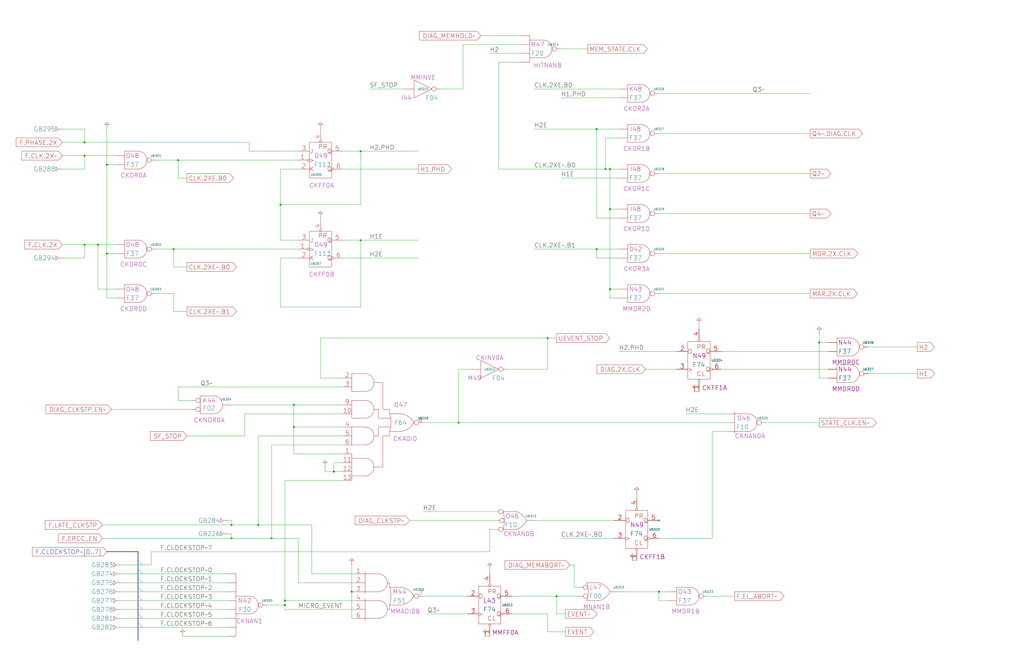
<source format=kicad_sch>
(kicad_sch (version 20250114) (generator "eeschema") (generator_version "9.0")
  (paper "User" 584.2 378.46)
  (title_block (title "CLOCK GENERATION") (date "20-MAR-90") (rev "1.0") (comment 1 "FIU") (comment 2 "232-003065") (comment 3 "S400") (comment 4 "RELEASED"))
  (lib_symbols
    (symbol "r1000:F00" (pin_numbers (hide yes)) (pin_names (hide yes))
      (property "Reference" "U" (at 15.24 0 0))
      (property "Value" "F00" (at 1.905 -5.08 0))
      (property "Location" "___" (at 1.905 0 0))
      (property "Name" "______" (at 2.54 -12.7 0))
      (symbol "F00_1_1"
        (pin input line (at -7.62 0 0) (length 5.08) (name "D0") (number "1"))
        (pin input line (at -7.62 -5.08 0) (length 5.08) (name "D1") (number "2"))
        (pin output line (at 15.24 -2.54 180) (length 2.54) (name "Q") (number "3"))
      )
      (symbol "F00_1_2"
        (pin input line (at -7.62 0 0) (length 2.54) (name "D0") (number "1"))
        (pin input line (at -7.62 -5.08 0) (length 2.54) (name "D1") (number "2"))
        (pin output line (at 15.24 -2.54 180) (length 5.08) (name "Q") (number "3"))
      )
    )
    (symbol "r1000:F02" (pin_numbers (hide yes)) (pin_names (hide yes))
      (property "Reference" "U" (at 12.16 0.635 0))
      (property "Value" "F02" (at -1.27 -4.445 0))
      (property "Location" "___" (at 2.54 0 0))
      (property "Name" "______" (at 2.54 -12.7 0))
      (symbol "F02_1_1"
        (pin input line (at -7.62 0 0) (length 2.54) (name "D0") (number "1"))
        (pin input line (at -7.62 -5.08 0) (length 2.54) (name "D1") (number "2"))
        (pin output line (at 15.24 -2.54 180) (length 1.27) (name "Q") (number "3"))
      )
      (symbol "F02_1_2"
        (pin input line (at -7.62 0 0) (length 2.54) (name "D0") (number "1"))
        (pin input line (at -7.62 -5.08 0) (length 2.54) (name "D1") (number "2"))
        (pin output line (at 15.24 -2.54 180) (length 2.54) (name "Q") (number "3"))
      )
    )
    (symbol "r1000:F04" (pin_numbers (hide yes)) (pin_names (hide yes))
      (property "Reference" "U" (at 0 0 0))
      (property "Value" "F04" (at 1.27 -5.08 0))
      (property "Location" "___" (at -12.7 -5.08 0))
      (property "Name" "______" (at 0 5.08 0))
      (symbol "F04_1_1"
        (pin input line (at -10.16 0 0) (length 2.54) (name "D0") (number "1"))
        (pin output line (at 10.16 0 180) (length 2.54) (name "Q") (number "2"))
      )
    )
    (symbol "r1000:F10" (pin_numbers (hide yes)) (pin_names (hide yes))
      (property "Reference" "U" (at 13.335 0 0))
      (property "Value" "F10" (at 5.715 -5.08 0))
      (property "Location" "___" (at -1.27 0 0))
      (property "Name" "______" (at -2.54 -10.16 0))
      (symbol "F10_1_1"
        (pin input line (at -5.08 2.54 0) (length 2.54) (name "D0") (number "1"))
        (pin input line (at -5.08 -2.54 0) (length 2.54) (name "D1") (number "2"))
        (pin input line (at -5.08 -7.62 0) (length 2.54) (name "D2") (number "3"))
        (pin output line (at 15.24 -2.54 180) (length 2.54) (name "Q") (number "4"))
      )
      (symbol "F10_1_2"
        (pin input line (at -5.08 2.54 0) (length 0) (name "D0") (number "1"))
        (pin input line (at -5.08 -2.54 0) (length 0) (name "D1") (number "2"))
        (pin input line (at -5.08 -7.62 0) (length 0) (name "D2") (number "3"))
        (pin output line (at 15.24 -2.54 180) (length 2.54) (name "Q") (number "4"))
      )
    )
    (symbol "r1000:F113" (pin_names (offset 1.016) (hide yes))
      (property "Reference" "U" (at 0 -10.795 0))
      (property "Value" "F113" (at -1.27 -5.08 0))
      (property "Location" "___" (at -1.27 0 0))
      (property "Name" "______" (at 3.175 -18.415 0))
      (symbol "F113_1_1"
        (text "J" (at -2.54 2.54 0) (effects (font (size 2.54 2.54))))
        (text ">" (at -2.54 -2.54 0) (effects (font (size 2.54 2.54))))
        (text "K" (at -2.54 -7.62 0) (effects (font (size 2.54 2.54))))
        (text "P" (at 2.54 5.08 0) (effects (font (size 2.54 2.54))))
        (text "R" (at 5.08 5.08 0) (effects (font (size 2.54 2.54))))
        (text "Q" (at 7.62 2.54 0) (effects (font (size 2.54 2.54))))
        (text "Q" (at 7.62 -7.62 0) (effects (font (size 2.54 2.54))))
        (pin input line (at -10.16 2.54 0) (length 6.35) (name "J") (number "3"))
        (pin input line (at -10.16 -2.54 0) (length 5.08) (name "CLK_") (number "1"))
        (pin input line (at -10.16 -7.62 0) (length 6.35) (name "K") (number "2"))
        (pin input line (at 2.54 12.7 270) (length 3.81) (name "PR_") (number "4"))
        (pin output line (at 15.24 2.54 180) (length 6.35) (name "Q") (number "5"))
        (pin output line (at 15.24 -7.62 180) (length 5.08) (name "Q_") (number "6"))
      )
    )
    (symbol "r1000:F20" (pin_numbers (hide yes)) (pin_names (hide yes))
      (property "Reference" "U" (at 8.255 2.54 0))
      (property "Value" "F20" (at -0.635 -2.54 0))
      (property "Location" "___" (at -0.635 2.54 0))
      (property "Name" "______" (at 5.08 -10.795 0))
      (symbol "F20_1_1"
        (pin input line (at -10.16 7.62 0) (length 5.08) (name "D0") (number "1"))
        (pin input line (at -10.16 2.54 0) (length 5.08) (name "D1") (number "2"))
        (pin input line (at -10.16 -2.54 0) (length 5.08) (name "D2") (number "4"))
        (pin input line (at -10.16 -7.62 0) (length 5.08) (name "D3") (number "5"))
        (pin output line (at 12.7 0 180) (length 2.54) (name "Q") (number "6"))
      )
      (symbol "F20_1_2"
        (pin input line (at -10.16 7.62 0) (length 1.27) (name "D0") (number "1"))
        (pin input line (at -10.16 2.54 0) (length 1.905) (name "D1") (number "2"))
        (pin input line (at -10.16 -2.54 0) (length 1.905) (name "D2") (number "4"))
        (pin input line (at -10.16 -7.62 0) (length 1.27) (name "D3") (number "5"))
        (pin output line (at 12.7 0 180) (length 5.08) (name "Q") (number "6"))
      )
    )
    (symbol "r1000:F30" (pin_numbers (hide yes)) (pin_names (hide yes))
      (property "Reference" "U" (at 15.24 2.54 0))
      (property "Value" "F30" (at 2.54 -2.54 0))
      (property "Location" "___" (at 2.54 2.54 0))
      (property "Name" "______" (at 5.08 -10.62 0))
      (symbol "F30_1_1"
        (pin input line (at -7.62 17.78 0) (length 5.08) (name "D0") (number "11"))
        (pin input line (at -7.62 12.7 0) (length 5.08) (name "D1") (number "12"))
        (pin input line (at -7.62 7.62 0) (length 5.08) (name "D2") (number "1"))
        (pin input line (at -7.62 2.54 0) (length 5.08) (name "D3") (number "2"))
        (pin input line (at -7.62 -2.54 0) (length 5.08) (name "D4") (number "3"))
        (pin input line (at -7.62 -7.62 0) (length 5.08) (name "D5") (number "4"))
        (pin input line (at -7.62 -12.7 0) (length 5.08) (name "D6") (number "5"))
        (pin input line (at -7.62 -17.78 0) (length 5.08) (name "D7") (number "6"))
        (pin output line (at 15.24 0 180) (length 2.54) (name "Q") (number "8"))
      )
    )
    (symbol "r1000:F37" (pin_numbers (hide yes)) (pin_names (offset 0) (hide yes))
      (property "Reference" "U" (at 15.24 0 0))
      (property "Value" "F37" (at 1.905 -5.08 0))
      (property "Location" "___" (at 1.905 0 0))
      (property "Name" "______" (at 2.54 -12.7 0))
      (symbol "F37_1_1"
        (pin input line (at -7.62 0 0) (length 5.08) (name "D0") (number "1"))
        (pin input line (at -7.62 -5.08 0) (length 5.08) (name "D1") (number "2"))
        (pin output line (at 15.24 -2.54 180) (length 2.54) (name "Q") (number "3"))
      )
      (symbol "F37_1_2"
        (pin input line (at -7.62 0 0) (length 2.54) (name "D0") (number "1"))
        (pin input line (at -7.62 -5.08 0) (length 2.54) (name "D1") (number "2"))
        (pin output line (at 15.24 -2.54 180) (length 5.08) (name "Q") (number "3"))
      )
    )
    (symbol "r1000:F51" (pin_names (hide yes))
      (property "Reference" "U" (at 12.7 1.27 0))
      (property "Value" "F51" (at 1.905 -5.08 0))
      (property "Location" "___" (at 1.905 0 0))
      (property "Name" "______" (at 5.08 -12.7 0))
      (symbol "F51_1_1"
        (pin input line (at -22.86 10.16 0) (length 2.54) (name "A1") (number "1"))
        (pin input line (at -22.86 5.08 0) (length 2.54) (name "A2") (number "2"))
        (pin input line (at -22.86 0 0) (length 2.54) (name "A3") (number "3"))
        (pin input line (at -22.86 -5.08 0) (length 2.54) (name "B1") (number "4"))
        (pin input line (at -22.86 -10.16 0) (length 2.54) (name "B2") (number "5"))
        (pin input line (at -22.86 -15.24 0) (length 2.54) (name "B3") (number "6"))
        (pin output line (at 15.24 -2.54 180) (length 2.54) (name "Q") (number "7"))
      )
    )
    (symbol "r1000:F64" (pin_names (hide yes))
      (property "Reference" "U" (at 15.24 2.54 0))
      (property "Value" "F64" (at 2.54 0 0))
      (property "Location" "___" (at 2.54 10.16 0))
      (property "Name" "______" (at 5.08 -10.62 0))
      (symbol "F64_1_1"
        (pin input line (at -30.48 25.4 0) (length 5.08) (name "A0") (number "2"))
        (pin input line (at -30.48 20.32 0) (length 5.08) (name "A1") (number "3"))
        (pin input line (at -30.48 10.16 0) (length 5.08) (name "B0") (number "9"))
        (pin input line (at -30.48 5.08 0) (length 5.08) (name "B1") (number "10"))
        (pin input line (at -30.48 -2.54 0) (length 5.08) (name "C0") (number "4"))
        (pin input line (at -30.48 -7.62 0) (length 5.08) (name "C1") (number "5"))
        (pin input line (at -30.48 -12.7 0) (length 5.08) (name "C2") (number "6"))
        (pin input line (at -30.48 -17.78 0) (length 5.08) (name "D0") (number "1"))
        (pin input line (at -30.48 -22.86 0) (length 5.08) (name "D1") (number "11"))
        (pin input line (at -30.48 -27.94 0) (length 5.08) (name "D2") (number "12"))
        (pin input line (at -30.48 -33.02 0) (length 5.08) (name "D3") (number "13"))
        (pin output line (at 15.24 0 180) (length 2.54) (name "Q") (number "8"))
      )
    )
    (symbol "r1000:F74" (pin_names (offset 1.016) (hide yes))
      (property "Reference" "U" (at 12.7 -2.54 0))
      (property "Value" "F74" (at -1.27 -5.08 0))
      (property "Location" "___" (at -1.27 0 0))
      (property "Name" "______" (at 11.43 -19.685 0))
      (symbol "F74_1_1"
        (text "D" (at -2.54 2.54 0) (effects (font (size 2.54 2.54))))
        (text ">" (at -2.54 -7.62 0) (effects (font (size 2.54 2.54))))
        (text "P" (at 2.54 5.08 0) (effects (font (size 2.54 2.54))))
        (text "C" (at 2.54 -10.16 0) (effects (font (size 2.54 2.54))))
        (text "R" (at 5.08 5.08 0) (effects (font (size 2.54 2.54))))
        (text "L" (at 5.08 -10.16 0) (effects (font (size 2.54 2.54))))
        (text "Q" (at 7.62 2.54 0) (effects (font (size 2.54 2.54))))
        (text "Q" (at 7.62 -7.62 0) (effects (font (size 2.54 2.54))))
        (pin input line (at -10.16 2.54 0) (length 6.35) (name "D") (number "2"))
        (pin input line (at -10.16 -7.62 0) (length 6.35) (name "CLK") (number "3"))
        (pin input line (at 2.54 15.24 270) (length 5.08) (name "PR_") (number "4"))
        (pin input line (at 2.54 -20.32 90) (length 5.08) (name "CL_") (number "1"))
        (pin output line (at 15.24 2.54 180) (length 6.35) (name "Q") (number "5"))
        (pin output line (at 15.24 -7.62 180) (length 5.08) (name "Q_") (number "6"))
      )
    )
    (symbol "r1000:GB" (pin_numbers (hide yes)) (pin_names (offset 0) (hide yes))
      (property "Reference" "GB" (at 3.81 0 0))
      (symbol "GB_1_1"
        (pin bidirectional line (at 0 0 0) (length 2.54) (name "") (number "1"))
      )
    )
    (symbol "r1000:PU" (power) (pin_numbers (hide yes)) (pin_names (hide yes))
      (symbol "PU_1_1"
        (pin power_in line (at 0 0 90) (length 2.54) (name "PU") (number "1"))
      )
    )
  )
  (junction (at 167.64 243.84))
  (junction (at 99.06 142.24))
  (junction (at 55.88 139.7))
  (junction (at 347.98 96.52))
  (junction (at 190.5 269.24))
  (junction (at 147.32 299.72))
  (junction (at 132.08 307.34))
  (junction (at 317.5 340.36))
  (junction (at 340.36 73.66))
  (junction (at 312.42 193.04))
  (junction (at 167.64 231.14))
  (junction (at 162.56 345.44))
  (junction (at 261.62 241.3))
  (junction (at 347.98 165.1))
  (junction (at 162.56 342.9))
  (junction (at 101.6 91.44))
  (junction (at 154.94 307.34))
  (junction (at 48.26 88.9))
  (junction (at 60.96 144.78))
  (junction (at 48.26 139.7))
  (junction (at 205.74 137.16))
  (junction (at 48.26 81.28))
  (junction (at 60.96 93.98))
  (junction (at 340.36 142.24))
  (junction (at 205.74 86.36))
  (junction (at 200.66 337.82))
  (junction (at 345.44 96.52))
  (junction (at 347.98 119.38))
  (junction (at 467.36 195.58))
  (junction (at 375.92 337.82))
  (junction (at 160.02 116.84))
  (junction (at 132.08 299.72))
  (no_connect (at 375.92 297.18))
  (bus_entry (at 78.74 350.52) (size 2.54 2.54))
  (bus_entry (at 78.74 320.04) (size 2.54 2.54))
  (bus_entry (at 78.74 335.28) (size 2.54 2.54))
  (bus_entry (at 78.74 345.44) (size 2.54 2.54))
  (bus_entry (at 78.74 340.36) (size 2.54 2.54))
  (bus_entry (at 78.74 330.2) (size 2.54 2.54))
  (bus_entry (at 78.74 325.12) (size 2.54 2.54))
  (bus_entry (at 78.74 355.6) (size 2.54 2.54))
  (wire (pts (xy 340.36 73.66) (xy 353.06 73.66)))
  (wire (pts (xy 467.36 195.58) (xy 467.36 190.5)))
  (bus (pts (xy 60.96 314.96) (xy 78.74 314.96)))
  (wire (pts (xy 81.28 327.66) (xy 129.54 327.66)))
  (wire (pts (xy 147.32 248.92) (xy 147.32 299.72)))
  (wire (pts (xy 99.06 142.24) (xy 170.18 142.24)))
  (wire (pts (xy 177.8 299.72) (xy 147.32 299.72)))
  (wire (pts (xy 81.28 347.98) (xy 129.54 347.98)))
  (wire (pts (xy 353.06 170.18) (xy 347.98 170.18)))
  (wire (pts (xy 160.02 147.32) (xy 160.02 175.26)))
  (wire (pts (xy 375.92 76.2) (xy 462.28 76.2)))
  (wire (pts (xy 325.12 322.58) (xy 327.66 322.58)))
  (wire (pts (xy 182.88 73.66) (xy 182.88 76.2)))
  (wire (pts (xy 289.56 210.82) (xy 312.42 210.82)))
  (wire (pts (xy 353.06 124.46) (xy 340.36 124.46)))
  (wire (pts (xy 142.24 81.28) (xy 48.26 81.28)))
  (wire (pts (xy 48.26 139.7) (xy 55.88 139.7)))
  (wire (pts (xy 353.06 78.74) (xy 345.44 78.74)))
  (wire (pts (xy 190.5 269.24) (xy 185.42 269.24)))
  (wire (pts (xy 167.64 243.84) (xy 167.64 231.14)))
  (wire (pts (xy 154.94 307.34) (xy 132.08 307.34)))
  (wire (pts (xy 48.26 88.9) (xy 66.04 88.9)))
  (wire (pts (xy 68.58 342.9) (xy 81.28 342.9)))
  (wire (pts (xy 347.98 119.38) (xy 347.98 165.1)))
  (wire (pts (xy 495.3 213.36) (xy 523.24 213.36)))
  (wire (pts (xy 327.66 335.28) (xy 327.66 322.58)))
  (wire (pts (xy 182.88 193.04) (xy 312.42 193.04)))
  (wire (pts (xy 195.58 86.36) (xy 205.74 86.36)))
  (wire (pts (xy 368.3 210.82) (xy 386.08 210.82)))
  (wire (pts (xy 195.58 236.22) (xy 139.7 236.22)))
  (wire (pts (xy 154.94 254) (xy 154.94 307.34)))
  (wire (pts (xy 375.92 121.92) (xy 462.28 121.92)))
  (wire (pts (xy 88.9 142.24) (xy 99.06 142.24)))
  (wire (pts (xy 353.06 337.82) (xy 375.92 337.82)))
  (wire (pts (xy 203.2 332.74) (xy 170.18 332.74)))
  (wire (pts (xy 129.54 297.18) (xy 132.08 297.18)))
  (wire (pts (xy 375.92 342.9) (xy 375.92 337.82)))
  (wire (pts (xy 55.88 165.1) (xy 55.88 139.7)))
  (wire (pts (xy 86.36 314.96) (xy 279.4 314.96)))
  (wire (pts (xy 63.5 233.68) (xy 109.22 233.68)))
  (wire (pts (xy 406.4 246.38) (xy 416.56 246.38)))
  (wire (pts (xy 375.92 144.78) (xy 462.28 144.78)))
  (wire (pts (xy 68.58 353.06) (xy 81.28 353.06)))
  (wire (pts (xy 160.02 96.52) (xy 160.02 116.84)))
  (wire (pts (xy 391.16 236.22) (xy 416.56 236.22)))
  (wire (pts (xy 205.74 175.26) (xy 205.74 137.16)))
  (wire (pts (xy 195.58 215.9) (xy 182.88 215.9)))
  (wire (pts (xy 276.86 363.22) (xy 279.4 363.22)))
  (wire (pts (xy 195.58 274.32) (xy 162.56 274.32)))
  (wire (pts (xy 205.74 137.16) (xy 238.76 137.16)))
  (wire (pts (xy 472.44 215.9) (xy 467.36 215.9)))
  (wire (pts (xy 347.98 96.52) (xy 353.06 96.52)))
  (wire (pts (xy 160.02 175.26) (xy 205.74 175.26)))
  (wire (pts (xy 170.18 86.36) (xy 142.24 86.36)))
  (wire (pts (xy 81.28 353.06) (xy 129.54 353.06)))
  (wire (pts (xy 106.68 101.6) (xy 101.6 101.6)))
  (wire (pts (xy 81.28 337.82) (xy 129.54 337.82)))
  (wire (pts (xy 177.8 327.66) (xy 177.8 299.72)))
  (wire (pts (xy 233.68 297.18) (xy 284.48 297.18)))
  (wire (pts (xy 274.32 20.32) (xy 297.18 20.32)))
  (wire (pts (xy 35.56 88.9) (xy 48.26 88.9)))
  (wire (pts (xy 467.36 195.58) (xy 472.44 195.58)))
  (wire (pts (xy 162.56 345.44) (xy 152.4 345.44)))
  (wire (pts (xy 353.06 119.38) (xy 347.98 119.38)))
  (wire (pts (xy 170.18 307.34) (xy 154.94 307.34)))
  (wire (pts (xy 292.1 350.52) (xy 312.42 350.52)))
  (wire (pts (xy 261.62 210.82) (xy 269.24 210.82)))
  (wire (pts (xy 88.9 167.64) (xy 99.06 167.64)))
  (wire (pts (xy 261.62 241.3) (xy 416.56 241.3)))
  (bus (pts (xy 78.74 320.04) (xy 78.74 325.12)))
  (wire (pts (xy 195.58 96.52) (xy 238.76 96.52)))
  (wire (pts (xy 162.56 342.9) (xy 162.56 345.44)))
  (wire (pts (xy 205.74 86.36) (xy 205.74 116.84)))
  (wire (pts (xy 320.04 101.6) (xy 353.06 101.6)))
  (wire (pts (xy 279.4 30.48) (xy 297.18 30.48)))
  (wire (pts (xy 132.08 299.72) (xy 58.42 299.72)))
  (wire (pts (xy 304.8 50.8) (xy 353.06 50.8)))
  (wire (pts (xy 360.68 320.04) (xy 363.22 320.04)))
  (wire (pts (xy 167.64 243.84) (xy 195.58 243.84)))
  (wire (pts (xy 203.2 353.06) (xy 200.66 353.06)))
  (wire (pts (xy 304.8 297.18) (xy 350.52 297.18)))
  (wire (pts (xy 203.2 347.98) (xy 162.56 347.98)))
  (wire (pts (xy 35.56 147.32) (xy 48.26 147.32)))
  (bus (pts (xy 78.74 335.28) (xy 78.74 340.36)))
  (bus (pts (xy 78.74 350.52) (xy 78.74 355.6)))
  (wire (pts (xy 66.04 144.78) (xy 60.96 144.78)))
  (wire (pts (xy 68.58 337.82) (xy 81.28 337.82)))
  (wire (pts (xy 241.3 292.1) (xy 284.48 292.1)))
  (wire (pts (xy 139.7 236.22) (xy 139.7 248.92)))
  (wire (pts (xy 68.58 358.14) (xy 81.28 358.14)))
  (wire (pts (xy 406.4 307.34) (xy 406.4 246.38)))
  (wire (pts (xy 185.42 269.24) (xy 185.42 266.7)))
  (wire (pts (xy 66.04 165.1) (xy 55.88 165.1)))
  (wire (pts (xy 381 342.9) (xy 375.92 342.9)))
  (bus (pts (xy 78.74 314.96) (xy 78.74 320.04)))
  (wire (pts (xy 327.66 335.28) (xy 330.2 335.28)))
  (wire (pts (xy 340.36 147.32) (xy 340.36 142.24)))
  (wire (pts (xy 195.58 248.92) (xy 147.32 248.92)))
  (wire (pts (xy 195.58 269.24) (xy 190.5 269.24)))
  (wire (pts (xy 170.18 147.32) (xy 160.02 147.32)))
  (wire (pts (xy 182.88 124.46) (xy 182.88 127)))
  (wire (pts (xy 411.48 200.66) (xy 472.44 200.66)))
  (bus (pts (xy 78.74 340.36) (xy 78.74 345.44)))
  (wire (pts (xy 35.56 73.66) (xy 48.26 73.66)))
  (wire (pts (xy 203.2 327.66) (xy 177.8 327.66)))
  (wire (pts (xy 167.64 259.08) (xy 167.64 243.84)))
  (wire (pts (xy 170.18 137.16) (xy 160.02 137.16)))
  (wire (pts (xy 48.26 73.66) (xy 48.26 81.28)))
  (wire (pts (xy 66.04 170.18) (xy 60.96 170.18)))
  (wire (pts (xy 195.58 137.16) (xy 205.74 137.16)))
  (wire (pts (xy 195.58 254) (xy 154.94 254)))
  (wire (pts (xy 81.28 322.58) (xy 86.36 322.58)))
  (wire (pts (xy 200.66 353.06) (xy 200.66 337.82)))
  (wire (pts (xy 60.96 170.18) (xy 60.96 144.78)))
  (wire (pts (xy 322.58 350.52) (xy 317.5 350.52)))
  (wire (pts (xy 345.44 96.52) (xy 347.98 96.52)))
  (wire (pts (xy 81.28 342.9) (xy 129.54 342.9)))
  (wire (pts (xy 48.26 147.32) (xy 48.26 139.7)))
  (wire (pts (xy 340.36 142.24) (xy 353.06 142.24)))
  (wire (pts (xy 182.88 215.9) (xy 182.88 193.04)))
  (wire (pts (xy 35.56 96.52) (xy 48.26 96.52)))
  (wire (pts (xy 160.02 137.16) (xy 160.02 116.84)))
  (wire (pts (xy 284.48 35.56) (xy 284.48 96.52)))
  (bus (pts (xy 78.74 345.44) (xy 78.74 350.52)))
  (wire (pts (xy 104.14 363.22) (xy 129.54 363.22)))
  (wire (pts (xy 170.18 96.52) (xy 160.02 96.52)))
  (wire (pts (xy 162.56 274.32) (xy 162.56 342.9)))
  (wire (pts (xy 292.1 340.36) (xy 317.5 340.36)))
  (wire (pts (xy 167.64 231.14) (xy 195.58 231.14)))
  (wire (pts (xy 200.66 337.82) (xy 200.66 322.58)))
  (wire (pts (xy 195.58 264.16) (xy 190.5 264.16)))
  (wire (pts (xy 353.06 165.1) (xy 347.98 165.1)))
  (wire (pts (xy 312.42 360.68) (xy 322.58 360.68)))
  (wire (pts (xy 48.26 96.52) (xy 48.26 88.9)))
  (wire (pts (xy 109.22 228.6) (xy 101.6 228.6)))
  (wire (pts (xy 375.92 167.64) (xy 462.28 167.64)))
  (wire (pts (xy 347.98 119.38) (xy 347.98 96.52)))
  (wire (pts (xy 60.96 93.98) (xy 60.96 73.66)))
  (wire (pts (xy 279.4 302.26) (xy 284.48 302.26)))
  (wire (pts (xy 241.3 241.3) (xy 261.62 241.3)))
  (wire (pts (xy 48.26 81.28) (xy 35.56 81.28)))
  (wire (pts (xy 317.5 350.52) (xy 317.5 340.36)))
  (wire (pts (xy 297.18 35.56) (xy 284.48 35.56)))
  (wire (pts (xy 200.66 337.82) (xy 203.2 337.82)))
  (wire (pts (xy 68.58 322.58) (xy 81.28 322.58)))
  (wire (pts (xy 320.04 307.34) (xy 350.52 307.34)))
  (wire (pts (xy 312.42 193.04) (xy 317.5 193.04)))
  (bus (pts (xy 78.74 355.6) (xy 78.74 365.76)))
  (wire (pts (xy 129.54 304.8) (xy 132.08 304.8)))
  (wire (pts (xy 68.58 332.74) (xy 81.28 332.74)))
  (wire (pts (xy 99.06 177.8) (xy 106.68 177.8)))
  (wire (pts (xy 353.06 147.32) (xy 340.36 147.32)))
  (wire (pts (xy 66.04 93.98) (xy 60.96 93.98)))
  (wire (pts (xy 297.18 25.4) (xy 264.16 25.4)))
  (wire (pts (xy 467.36 215.9) (xy 467.36 195.58)))
  (wire (pts (xy 132.08 297.18) (xy 132.08 299.72)))
  (wire (pts (xy 132.08 307.34) (xy 58.42 307.34)))
  (wire (pts (xy 101.6 101.6) (xy 101.6 91.44)))
  (wire (pts (xy 132.08 304.8) (xy 132.08 307.34)))
  (wire (pts (xy 347.98 170.18) (xy 347.98 165.1)))
  (wire (pts (xy 81.28 358.14) (xy 129.54 358.14)))
  (wire (pts (xy 68.58 327.66) (xy 81.28 327.66)))
  (wire (pts (xy 375.92 99.06) (xy 462.28 99.06)))
  (wire (pts (xy 35.56 139.7) (xy 48.26 139.7)))
  (wire (pts (xy 304.8 73.66) (xy 340.36 73.66)))
  (bus (pts (xy 78.74 325.12) (xy 78.74 330.2)))
  (wire (pts (xy 241.3 340.36) (xy 266.7 340.36)))
  (wire (pts (xy 375.92 307.34) (xy 406.4 307.34)))
  (wire (pts (xy 264.16 25.4) (xy 264.16 50.8)))
  (wire (pts (xy 243.84 350.52) (xy 266.7 350.52)))
  (wire (pts (xy 340.36 124.46) (xy 340.36 73.66)))
  (wire (pts (xy 147.32 299.72) (xy 132.08 299.72)))
  (wire (pts (xy 284.48 96.52) (xy 345.44 96.52)))
  (wire (pts (xy 203.2 342.9) (xy 162.56 342.9)))
  (wire (pts (xy 264.16 50.8) (xy 251.46 50.8)))
  (wire (pts (xy 99.06 167.64) (xy 99.06 177.8)))
  (wire (pts (xy 162.56 347.98) (xy 162.56 345.44)))
  (wire (pts (xy 304.8 142.24) (xy 340.36 142.24)))
  (wire (pts (xy 160.02 116.84) (xy 205.74 116.84)))
  (wire (pts (xy 99.06 152.4) (xy 99.06 142.24)))
  (wire (pts (xy 317.5 340.36) (xy 330.2 340.36)))
  (wire (pts (xy 195.58 259.08) (xy 167.64 259.08)))
  (wire (pts (xy 375.92 337.82) (xy 381 337.82)))
  (wire (pts (xy 205.74 86.36) (xy 238.76 86.36)))
  (wire (pts (xy 320.04 27.94) (xy 335.28 27.94)))
  (wire (pts (xy 345.44 78.74) (xy 345.44 96.52)))
  (wire (pts (xy 375.92 53.34) (xy 462.28 53.34)))
  (wire (pts (xy 312.42 350.52) (xy 312.42 360.68)))
  (wire (pts (xy 312.42 210.82) (xy 312.42 193.04)))
  (wire (pts (xy 190.5 264.16) (xy 190.5 269.24)))
  (wire (pts (xy 363.22 281.94) (xy 363.22 284.48)))
  (wire (pts (xy 411.48 210.82) (xy 472.44 210.82)))
  (wire (pts (xy 353.06 200.66) (xy 386.08 200.66)))
  (wire (pts (xy 88.9 91.44) (xy 101.6 91.44)))
  (wire (pts (xy 60.96 144.78) (xy 60.96 93.98)))
  (wire (pts (xy 320.04 55.88) (xy 353.06 55.88)))
  (wire (pts (xy 436.88 241.3) (xy 467.36 241.3)))
  (wire (pts (xy 55.88 139.7) (xy 66.04 139.7)))
  (wire (pts (xy 139.7 248.92) (xy 106.68 248.92)))
  (wire (pts (xy 279.4 314.96) (xy 279.4 302.26)))
  (wire (pts (xy 210.82 50.8) (xy 231.14 50.8)))
  (wire (pts (xy 170.18 332.74) (xy 170.18 307.34)))
  (wire (pts (xy 68.58 347.98) (xy 81.28 347.98)))
  (wire (pts (xy 142.24 86.36) (xy 142.24 81.28)))
  (wire (pts (xy 106.68 152.4) (xy 99.06 152.4)))
  (wire (pts (xy 132.08 231.14) (xy 167.64 231.14)))
  (wire (pts (xy 495.3 198.12) (xy 523.24 198.12)))
  (bus (pts (xy 78.74 330.2) (xy 78.74 335.28)))
  (wire (pts (xy 101.6 220.98) (xy 195.58 220.98)))
  (wire (pts (xy 81.28 332.74) (xy 129.54 332.74)))
  (wire (pts (xy 403.86 340.36) (xy 419.1 340.36)))
  (wire (pts (xy 279.4 325.12) (xy 279.4 327.66)))
  (wire (pts (xy 396.24 223.52) (xy 398.78 223.52)))
  (wire (pts (xy 86.36 322.58) (xy 86.36 314.96)))
  (wire (pts (xy 195.58 147.32) (xy 238.76 147.32)))
  (wire (pts (xy 101.6 228.6) (xy 101.6 220.98)))
  (wire (pts (xy 261.62 241.3) (xy 261.62 210.82)))
  (wire (pts (xy 101.6 91.44) (xy 170.18 91.44)))
  (wire (pts (xy 398.78 185.42) (xy 398.78 187.96)))
  (label "F.CLOCKSTOP~4" (at 91.44 347.98 0) (effects (font (size 2.54 2.54))))
  (label "F.CLOCKSTOP~5" (at 91.44 353.06 0) (effects (font (size 2.54 2.54))))
  (label "H1E" (at 210.82 137.16 0) (effects (font (size 2.54 2.54))))
  (label "F.CLOCKSTOP~2" (at 91.44 337.82 0) (effects (font (size 2.54 2.54))))
  (label "F.CLOCKSTOP~6" (at 91.44 358.14 0) (effects (font (size 2.54 2.54))))
  (label "F.CLOCKSTOP~3" (at 91.44 342.9 0) (effects (font (size 2.54 2.54))))
  (label "CLK.2XE~.B0" (at 320.04 307.34 0) (effects (font (size 2.54 2.54))))
  (label "CLK.2XE~.B1" (at 304.8 142.24 0) (effects (font (size 2.54 2.54))))
  (label "CLK.2XE~.B0" (at 304.8 96.52 0) (effects (font (size 2.54 2.54))))
  (label "H2E" (at 241.3 292.1 0) (effects (font (size 2.54 2.54))))
  (label "CLK.2XE.B0" (at 304.8 50.8 0) (effects (font (size 2.54 2.54))))
  (label "F.CLOCKSTOP~1" (at 91.44 332.74 0) (effects (font (size 2.54 2.54))))
  (label "MICRO_EVENT" (at 170.18 347.98 0) (effects (font (size 2.54 2.54))))
  (label "Q3~" (at 243.84 350.52 0) (effects (font (size 2.54 2.54))))
  (label "Q3~" (at 429.26 53.34 0) (effects (font (size 2.54 2.54))))
  (label "H2E" (at 210.82 147.32 0) (effects (font (size 2.54 2.54))))
  (label "SF_STOP" (at 210.82 50.8 0) (effects (font (size 2.54 2.54))))
  (label "H2" (at 279.4 30.48 0) (effects (font (size 2.54 2.54))))
  (label "F.CLOCKSTOP~7" (at 91.44 314.96 0) (effects (font (size 2.54 2.54))))
  (label "H1.PHD" (at 320.04 55.88 0) (effects (font (size 2.54 2.54))))
  (label "H2E" (at 391.16 236.22 0) (effects (font (size 2.54 2.54))))
  (label "H1E" (at 320.04 101.6 0) (effects (font (size 2.54 2.54))))
  (label "Q3~" (at 114.3 220.98 0) (effects (font (size 2.54 2.54))))
  (label "F.CLOCKSTOP~0" (at 91.44 327.66 0) (effects (font (size 2.54 2.54))))
  (label "H2E" (at 304.8 73.66 0) (effects (font (size 2.54 2.54))))
  (label "H2.PHD" (at 210.82 86.36 0) (effects (font (size 2.54 2.54))))
  (label "H2.PHD" (at 353.06 200.66 0) (effects (font (size 2.54 2.54))))
  (global_label "H1.PHD" (shape output) (at 238.76 96.52 0) (effects (font (size 2.54 2.54))) (property "Intersheetrefs" "${INTERSHEET_REFS}" (at 257.426 96.3613 0) (effects (font (size 1.905 1.905)) (justify left))))
  (global_label "F.CLK.2X" (shape input) (at 35.56 139.7 180) (effects (font (size 2.54 2.54))) (property "Intersheetrefs" "${INTERSHEET_REFS}" (at 14.354 139.5413 0) (effects (font (size 1.905 1.905)) (justify right))))
  (global_label "DIAG_CLKSTP.EN~" (shape input) (at 63.5 233.68 180) (effects (font (size 2.54 2.54))) (property "Intersheetrefs" "${INTERSHEET_REFS}" (at 26.4493 233.5213 0) (effects (font (size 1.905 1.905)) (justify right))))
  (global_label "Q4~" (shape output) (at 462.28 121.92 0) (effects (font (size 2.54 2.54))) (property "Intersheetrefs" "${INTERSHEET_REFS}" (at 473.8098 121.7613 0) (effects (font (size 1.905 1.905)) (justify left))))
  (global_label "H1" (shape output) (at 523.24 213.36 0) (effects (font (size 2.54 2.54))) (property "Intersheetrefs" "${INTERSHEET_REFS}" (at 532.9555 213.2013 0) (effects (font (size 1.905 1.905)) (justify left))))
  (global_label "DIAG_MEMHOLD~" (shape input) (at 274.32 20.32 180) (effects (font (size 2.54 2.54))) (property "Intersheetrefs" "${INTERSHEET_REFS}" (at 239.4464 20.1613 0) (effects (font (size 1.905 1.905)) (justify right))))
  (global_label "F.CLK.2X~" (shape input) (at 35.56 88.9 180) (effects (font (size 2.54 2.54))) (property "Intersheetrefs" "${INTERSHEET_REFS}" (at 12.5397 88.7413 0) (effects (font (size 1.905 1.905)) (justify right))))
  (global_label "F.CLOCKSTOP~[0..7]" (shape input) (at 60.96 314.96 180) (effects (font (size 2.54 2.54))) (property "Intersheetrefs" "${INTERSHEET_REFS}" (at 18.5874 314.8013 0) (effects (font (size 1.905 1.905)) (justify right))))
  (global_label "DIAG_CLKSTP~" (shape input) (at 233.68 297.18 180) (effects (font (size 2.54 2.54))) (property "Intersheetrefs" "${INTERSHEET_REFS}" (at 202.7978 297.0213 0) (effects (font (size 1.905 1.905)) (justify right))))
  (global_label "STATE_CLK.EN~" (shape output) (at 467.36 241.3 0) (effects (font (size 2.54 2.54))) (property "Intersheetrefs" "${INTERSHEET_REFS}" (at 499.8145 241.1413 0) (effects (font (size 1.905 1.905)) (justify left))))
  (global_label "F.LATE_CLKSTP" (shape input) (at 58.42 299.72 180) (effects (font (size 2.54 2.54))) (property "Intersheetrefs" "${INTERSHEET_REFS}" (at 25.9655 299.5613 0) (effects (font (size 1.905 1.905)) (justify right))))
  (global_label "Q4~.DIAG.CLK" (shape output) (at 462.28 76.2 0) (effects (font (size 2.54 2.54))) (property "Intersheetrefs" "${INTERSHEET_REFS}" (at 491.8317 76.0413 0) (effects (font (size 1.905 1.905)) (justify left))))
  (global_label "UEVENT_STOP" (shape output) (at 317.5 193.04 0) (effects (font (size 2.54 2.54))) (property "Intersheetrefs" "${INTERSHEET_REFS}" (at 347.6565 192.8813 0) (effects (font (size 1.905 1.905)) (justify left))))
  (global_label "F.EL_ABORT~" (shape output) (at 419.1 340.36 0) (effects (font (size 2.54 2.54))) (property "Intersheetrefs" "${INTERSHEET_REFS}" (at 447.0793 340.2013 0) (effects (font (size 1.905 1.905)) (justify left))))
  (global_label "MEM_STATE.CLK" (shape output) (at 335.28 27.94 0) (effects (font (size 2.54 2.54))) (property "Intersheetrefs" "${INTERSHEET_REFS}" (at 369.065 27.7813 0) (effects (font (size 1.905 1.905)) (justify left))))
  (global_label "F.ERCC_EN" (shape input) (at 58.42 307.34 180) (effects (font (size 2.54 2.54))) (property "Intersheetrefs" "${INTERSHEET_REFS}" (at 33.5855 307.1813 0) (effects (font (size 1.905 1.905)) (justify right))))
  (global_label "EVENT" (shape output) (at 322.58 360.68 0) (effects (font (size 2.54 2.54))) (property "Intersheetrefs" "${INTERSHEET_REFS}" (at 338.585 360.5213 0) (effects (font (size 1.905 1.905)) (justify left))))
  (global_label "DIAG_MEMABORT~" (shape input) (at 325.12 322.58 180) (effects (font (size 2.54 2.54))) (property "Intersheetrefs" "${INTERSHEET_REFS}" (at 288.3112 322.4213 0) (effects (font (size 1.905 1.905)) (justify right))))
  (global_label "DIAG.2X.CLK" (shape input) (at 368.3 210.82 180) (effects (font (size 2.54 2.54))) (property "Intersheetrefs" "${INTERSHEET_REFS}" (at 340.8045 210.6613 0) (effects (font (size 1.905 1.905)) (justify right))))
  (global_label "H2" (shape output) (at 523.24 198.12 0) (effects (font (size 2.54 2.54))) (property "Intersheetrefs" "${INTERSHEET_REFS}" (at 532.9555 197.9613 0) (effects (font (size 1.905 1.905)) (justify left))))
  (global_label "EVENT~" (shape output) (at 322.58 350.52 0) (effects (font (size 2.54 2.54))) (property "Intersheetrefs" "${INTERSHEET_REFS}" (at 340.3993 350.3613 0) (effects (font (size 1.905 1.905)) (justify left))))
  (global_label "SF_STOP" (shape input) (at 106.68 248.92 180) (effects (font (size 2.54 2.54))) (property "Intersheetrefs" "${INTERSHEET_REFS}" (at 85.9578 248.7613 0) (effects (font (size 1.905 1.905)) (justify right))))
  (global_label "CLK.2XE.B0" (shape output) (at 106.68 101.6 0) (effects (font (size 2.54 2.54))) (property "Intersheetrefs" "${INTERSHEET_REFS}" (at 132.966 101.4413 0) (effects (font (size 1.905 1.905)) (justify left))))
  (global_label "CLK.2XE~.B0" (shape output) (at 106.68 152.4 0) (effects (font (size 2.54 2.54))) (property "Intersheetrefs" "${INTERSHEET_REFS}" (at 134.7803 152.2413 0) (effects (font (size 1.905 1.905)) (justify left))))
  (global_label "MAR.2X.CLK" (shape output) (at 462.28 167.64 0) (effects (font (size 2.54 2.54))) (property "Intersheetrefs" "${INTERSHEET_REFS}" (at 488.9288 167.4813 0) (effects (font (size 1.905 1.905)) (justify left))))
  (global_label "Q2~" (shape output) (at 462.28 99.06 0) (effects (font (size 2.54 2.54))) (property "Intersheetrefs" "${INTERSHEET_REFS}" (at 473.8098 98.9013 0) (effects (font (size 1.905 1.905)) (justify left))))
  (global_label "MDR.2X.CLK" (shape output) (at 462.28 144.78 0) (effects (font (size 2.54 2.54))) (property "Intersheetrefs" "${INTERSHEET_REFS}" (at 489.2917 144.6213 0) (effects (font (size 1.905 1.905)) (justify left))))
  (global_label "F.PHASE.2X" (shape input) (at 35.56 81.28 180) (effects (font (size 2.54 2.54))) (property "Intersheetrefs" "${INTERSHEET_REFS}" (at 9.395 81.1213 0) (effects (font (size 1.905 1.905)) (justify right))))
  (global_label "CLK.2XE~.B1" (shape output) (at 106.68 177.8 0) (effects (font (size 2.54 2.54))) (property "Intersheetrefs" "${INTERSHEET_REFS}" (at 134.7803 177.6413 0) (effects (font (size 1.905 1.905)) (justify left))))
  (symbol (lib_id "r1000:F04") (at 279.4 210.82 0) (unit 1)
    (property "Reference" "U6312" (at 279.4 210.82 0))
    (property "Value" "F04" (at 280.67 215.9 0) (effects (font (size 2.54 2.54)) (justify left)))
    (property "Location" "M49" (at 266.7 215.9 0) (effects (font (size 2.54 2.54)) (justify left)))
    (property "Name" "CKINV0A" (at 279.4 205.74 0) (effects (font (size 2.54 2.54)) (justify bottom)))
  )
  (symbol (lib_id "r1000:F37") (at 73.66 139.7 0) (unit 1)
    (property "Reference" "U6302" (at 88.9 139.7 0))
    (property "Value" "F37" (at 75.565 144.78 0) (effects (font (size 2.54 2.54))))
    (property "Location" "O48" (at 75.565 139.7 0) (effects (font (size 2.54 2.54))))
    (property "Name" "CKDR0C" (at 76.2 152.4 0) (effects (font (size 2.54 2.54)) (justify bottom)))
  )
  (symbol (lib_id "r1000:F37") (at 388.62 337.82 0) (unit 1)
    (property "Reference" "U6323" (at 403.86 337.82 0))
    (property "Value" "F37" (at 390.525 342.9 0) (effects (font (size 2.54 2.54))))
    (property "Location" "O43" (at 390.525 337.82 0) (effects (font (size 2.54 2.54))))
    (property "Name" "MMDR1B" (at 391.16 350.52 0) (effects (font (size 2.54 2.54)) (justify bottom)))
  )
  (symbol (lib_id "r1000:GB") (at 129.54 297.18 0) (mirror y) (unit 1)
    (property "Reference" "GB284" (at 125.73 297.18 0) (effects (font (size 2.54 2.54)) (justify left)))
    (property "Value" "GB" (effects (hide yes)))
  )
  (symbol (lib_id "r1000:F37") (at 73.66 165.1 0) (unit 1)
    (property "Reference" "U6303" (at 88.9 165.1 0))
    (property "Value" "F37" (at 75.565 170.18 0) (effects (font (size 2.54 2.54))))
    (property "Location" "O48" (at 75.565 165.1 0) (effects (font (size 2.54 2.54))))
    (property "Name" "CKDR0D" (at 76.2 177.8 0) (effects (font (size 2.54 2.54)) (justify bottom)))
  )
  (symbol (lib_id "r1000:F64") (at 226.06 241.3 0) (unit 1)
    (property "Reference" "U6308" (at 241.3 238.76 0))
    (property "Value" "F64" (at 228.6 241.3 0) (effects (font (size 2.54 2.54))))
    (property "Location" "O47" (at 228.6 231.14 0) (effects (font (size 2.54 2.54))))
    (property "Name" "CKAOI0" (at 231.14 251.92 0) (effects (font (size 2.54 2.54)) (justify bottom)))
  )
  (symbol (lib_id "r1000:PU") (at 182.88 124.46 0) (unit 1)
    (property "Reference" "#PWR06304" (effects (hide yes)))
    (property "Value" "PU" (effects (hide yes)))
  )
  (symbol (lib_id "r1000:GB") (at 68.58 322.58 0) (mirror y) (unit 1)
    (property "Reference" "GB283" (at 64.77 322.58 0) (effects (font (size 2.54 2.54)) (justify left)))
    (property "Value" "GB" (effects (hide yes)))
  )
  (symbol (lib_id "r1000:F37") (at 360.68 50.8 0) (unit 1)
    (property "Reference" "U6316" (at 375.92 50.8 0))
    (property "Value" "F37" (at 362.585 55.88 0) (effects (font (size 2.54 2.54))))
    (property "Location" "K48" (at 362.585 50.8 0) (effects (font (size 2.54 2.54))))
    (property "Name" "CKDR2A" (at 363.22 63.5 0) (effects (font (size 2.54 2.54)) (justify bottom)))
  )
  (symbol (lib_id "r1000:GB") (at 129.54 304.8 0) (mirror y) (unit 1)
    (property "Reference" "GB226" (at 125.73 304.8 0) (effects (font (size 2.54 2.54)) (justify left)))
    (property "Value" "GB" (effects (hide yes)))
  )
  (symbol (lib_id "r1000:F37") (at 480.06 210.82 0) (unit 1)
    (property "Reference" "U6327" (at 495.3 210.82 0))
    (property "Value" "F37" (at 481.965 215.9 0) (effects (font (size 2.54 2.54))))
    (property "Location" "N44" (at 481.965 210.82 0) (effects (font (size 2.54 2.54))))
    (property "Name" "MMDR0D" (at 482.6 223.52 0) (effects (font (size 2.54 2.54)) (justify bottom)))
  )
  (symbol (lib_id "r1000:F37") (at 360.68 96.52 0) (unit 1)
    (property "Reference" "U6318" (at 375.92 96.52 0))
    (property "Value" "F37" (at 362.585 101.6 0) (effects (font (size 2.54 2.54))))
    (property "Location" "I48" (at 362.585 96.52 0) (effects (font (size 2.54 2.54))))
    (property "Name" "CKDR1C" (at 363.22 109.22 0) (effects (font (size 2.54 2.54)) (justify bottom)))
  )
  (symbol (lib_id "r1000:F10") (at 289.56 294.64 0) (unit 1) (convert 2)
    (property "Reference" "U6313" (at 302.895 294.64 0))
    (property "Value" "F10" (at 295.275 299.72 0) (effects (font (size 2.54 2.54)) (justify right)))
    (property "Location" "O46" (at 288.29 294.64 0) (effects (font (size 2.54 2.54)) (justify left)))
    (property "Name" "CKNAN0B" (at 287.02 304.8 0) (effects (font (size 2.54 2.54)) (justify left)))
  )
  (symbol (lib_id "r1000:GB") (at 68.58 327.66 0) (mirror y) (unit 1)
    (property "Reference" "GB274" (at 64.77 327.66 0) (effects (font (size 2.54 2.54)) (justify left)))
    (property "Value" "GB" (effects (hide yes)))
  )
  (symbol (lib_id "r1000:PU") (at 200.66 322.58 0) (unit 1)
    (property "Reference" "#PWR06306" (effects (hide yes)))
    (property "Value" "PU" (effects (hide yes)))
  )
  (symbol (lib_id "r1000:GB") (at 68.58 353.06 0) (mirror y) (unit 1)
    (property "Reference" "GB281" (at 64.77 353.06 0) (effects (font (size 2.54 2.54)) (justify left)))
    (property "Value" "GB" (effects (hide yes)))
  )
  (symbol (lib_id "r1000:PU") (at 182.88 73.66 0) (unit 1)
    (property "Reference" "#PWR06303" (effects (hide yes)))
    (property "Value" "PU" (effects (hide yes)))
  )
  (symbol (lib_id "r1000:GB") (at 68.58 342.9 0) (mirror y) (unit 1)
    (property "Reference" "GB277" (at 64.77 342.9 0) (effects (font (size 2.54 2.54)) (justify left)))
    (property "Value" "GB" (effects (hide yes)))
  )
  (symbol (lib_id "r1000:PU") (at 398.78 185.42 0) (unit 1)
    (property "Reference" "#PWR06312" (effects (hide yes)))
    (property "Value" "PU" (effects (hide yes)))
  )
  (symbol (lib_id "r1000:PU") (at 104.14 363.22 0) (unit 1)
    (property "Reference" "#PWR06302" (effects (hide yes)))
    (property "Value" "PU" (effects (hide yes)))
  )
  (symbol (lib_id "r1000:F37") (at 480.06 195.58 0) (unit 1)
    (property "Reference" "U6326" (at 495.3 195.58 0))
    (property "Value" "F37" (at 481.965 200.66 0) (effects (font (size 2.54 2.54))))
    (property "Location" "N44" (at 481.965 195.58 0) (effects (font (size 2.54 2.54))))
    (property "Name" "MMDR0C" (at 482.6 208.28 0) (effects (font (size 2.54 2.54)) (justify bottom)))
  )
  (symbol (lib_id "r1000:GB") (at 68.58 347.98 0) (mirror y) (unit 1)
    (property "Reference" "GB278" (at 64.77 347.98 0) (effects (font (size 2.54 2.54)) (justify left)))
    (property "Value" "GB" (effects (hide yes)))
  )
  (symbol (lib_id "r1000:F37") (at 360.68 119.38 0) (unit 1)
    (property "Reference" "U6319" (at 375.92 119.38 0))
    (property "Value" "F37" (at 362.585 124.46 0) (effects (font (size 2.54 2.54))))
    (property "Location" "I48" (at 362.585 119.38 0) (effects (font (size 2.54 2.54))))
    (property "Name" "CKDR1D" (at 363.22 132.08 0) (effects (font (size 2.54 2.54)) (justify bottom)))
  )
  (symbol (lib_id "r1000:F30") (at 137.16 345.44 0) (unit 1)
    (property "Reference" "U6305" (at 152.4 342.9 0))
    (property "Value" "F30" (at 139.7 347.98 0) (effects (font (size 2.54 2.54))))
    (property "Location" "N42" (at 139.7 342.9 0) (effects (font (size 2.54 2.54))))
    (property "Name" "CKNAN1" (at 142.24 356.06 0) (effects (font (size 2.54 2.54)) (justify bottom)))
  )
  (symbol (lib_id "r1000:GB") (at 35.56 73.66 0) (mirror y) (unit 1)
    (property "Reference" "GB295" (at 31.75 73.66 0) (effects (font (size 2.54 2.54)) (justify left)))
    (property "Value" "GB" (effects (hide yes)))
  )
  (symbol (lib_id "r1000:F113") (at 180.34 88.9 0) (unit 1)
    (property "Reference" "U6306" (at 180.34 99.695 0))
    (property "Value" "F113" (at 179.07 93.98 0) (effects (font (size 2.54 2.54)) (justify left)))
    (property "Location" "O49" (at 179.07 88.9 0) (effects (font (size 2.54 2.54)) (justify left)))
    (property "Name" "CKFF0A" (at 183.515 107.315 0) (effects (font (size 2.54 2.54)) (justify bottom)))
  )
  (symbol (lib_id "r1000:F74") (at 360.68 299.72 0) (unit 1)
    (property "Reference" "U6322" (at 373.38 302.26 0))
    (property "Value" "F74" (at 359.41 304.8 0) (effects (font (size 2.54 2.54)) (justify left)))
    (property "Location" "N49" (at 359.41 299.72 0) (effects (font (size 2.54 2.54)) (justify left)))
    (property "Name" "CKFF1B" (at 372.11 319.405 0) (effects (font (size 2.54 2.54)) (justify bottom)))
  )
  (symbol (lib_id "r1000:F10") (at 421.64 238.76 0) (unit 1)
    (property "Reference" "U6325" (at 434.975 238.76 0))
    (property "Value" "F10" (at 427.355 243.84 0) (effects (font (size 2.54 2.54)) (justify right)))
    (property "Location" "O46" (at 420.37 238.76 0) (effects (font (size 2.54 2.54)) (justify left)))
    (property "Name" "CKNAN0A" (at 419.1 248.92 0) (effects (font (size 2.54 2.54)) (justify left)))
  )
  (symbol (lib_id "r1000:F37") (at 360.68 165.1 0) (unit 1)
    (property "Reference" "U6321" (at 375.92 165.1 0))
    (property "Value" "F37" (at 362.585 170.18 0) (effects (font (size 2.54 2.54))))
    (property "Location" "N43" (at 362.585 165.1 0) (effects (font (size 2.54 2.54))))
    (property "Name" "MMDR2D" (at 363.22 177.8 0) (effects (font (size 2.54 2.54)) (justify bottom)))
  )
  (symbol (lib_id "r1000:F51") (at 226.06 337.82 0) (unit 1)
    (property "Reference" "U6309" (at 238.76 336.55 0))
    (property "Value" "F51" (at 227.965 342.9 0) (effects (font (size 2.54 2.54))))
    (property "Location" "M44" (at 227.965 337.82 0) (effects (font (size 2.54 2.54))))
    (property "Name" "MMAOI0B" (at 231.14 350.52 0) (effects (font (size 2.54 2.54)) (justify bottom)))
  )
  (symbol (lib_id "r1000:GB") (at 68.58 358.14 0) (mirror y) (unit 1)
    (property "Reference" "GB282" (at 64.77 358.14 0) (effects (font (size 2.54 2.54)) (justify left)))
    (property "Value" "GB" (effects (hide yes)))
  )
  (symbol (lib_id "r1000:PU") (at 60.96 73.66 0) (unit 1)
    (property "Reference" "#PWR06301" (effects (hide yes)))
    (property "Value" "PU" (effects (hide yes)))
  )
  (symbol (lib_id "r1000:PU") (at 467.36 190.5 0) (unit 1)
    (property "Reference" "#PWR06313" (effects (hide yes)))
    (property "Value" "PU" (effects (hide yes)))
  )
  (symbol (lib_id "r1000:GB") (at 35.56 147.32 0) (mirror y) (unit 1)
    (property "Reference" "GB294" (at 31.75 147.32 0) (effects (font (size 2.54 2.54)) (justify left)))
    (property "Value" "GB" (effects (hide yes)))
  )
  (symbol (lib_id "r1000:GB") (at 68.58 337.82 0) (mirror y) (unit 1)
    (property "Reference" "GB276" (at 64.77 337.82 0) (effects (font (size 2.54 2.54)) (justify left)))
    (property "Value" "GB" (effects (hide yes)))
  )
  (symbol (lib_id "r1000:F37") (at 73.66 88.9 0) (unit 1)
    (property "Reference" "U6301" (at 88.9 88.9 0))
    (property "Value" "F37" (at 75.565 93.98 0) (effects (font (size 2.54 2.54))))
    (property "Location" "O48" (at 75.565 88.9 0) (effects (font (size 2.54 2.54))))
    (property "Name" "CKDR0A" (at 76.2 101.6 0) (effects (font (size 2.54 2.54)) (justify bottom)))
  )
  (symbol (lib_id "r1000:F37") (at 360.68 73.66 0) (unit 1)
    (property "Reference" "U6317" (at 375.92 73.66 0))
    (property "Value" "F37" (at 362.585 78.74 0) (effects (font (size 2.54 2.54))))
    (property "Location" "I48" (at 362.585 73.66 0) (effects (font (size 2.54 2.54))))
    (property "Name" "CKDR1B" (at 363.22 86.36 0) (effects (font (size 2.54 2.54)) (justify bottom)))
  )
  (symbol (lib_id "r1000:F20") (at 307.34 27.94 0) (unit 1)
    (property "Reference" "U6314" (at 315.595 25.4 0))
    (property "Value" "F20" (at 306.705 30.48 0) (effects (font (size 2.54 2.54))))
    (property "Location" "M47" (at 306.705 25.4 0) (effects (font (size 2.54 2.54))))
    (property "Name" "HITNANB" (at 312.42 38.735 0) (effects (font (size 2.54 2.54)) (justify bottom)))
  )
  (symbol (lib_id "r1000:F74") (at 276.86 342.9 0) (unit 1)
    (property "Reference" "U6311" (at 289.56 345.44 0))
    (property "Value" "F74" (at 275.59 347.98 0) (effects (font (size 2.54 2.54)) (justify left)))
    (property "Location" "L43" (at 275.59 342.9 0) (effects (font (size 2.54 2.54)) (justify left)))
    (property "Name" "MMFF0A" (at 288.29 362.585 0) (effects (font (size 2.54 2.54)) (justify bottom)))
  )
  (symbol (lib_id "r1000:PU") (at 279.4 325.12 0) (unit 1)
    (property "Reference" "#PWR06308" (effects (hide yes)))
    (property "Value" "PU" (effects (hide yes)))
  )
  (symbol (lib_id "r1000:PU") (at 363.22 281.94 0) (unit 1)
    (property "Reference" "#PWR06310" (effects (hide yes)))
    (property "Value" "PU" (effects (hide yes)))
  )
  (symbol (lib_id "r1000:F74") (at 396.24 203.2 0) (unit 1)
    (property "Reference" "U6324" (at 408.94 205.74 0))
    (property "Value" "F74" (at 394.97 208.28 0) (effects (font (size 2.54 2.54)) (justify left)))
    (property "Location" "N49" (at 394.97 203.2 0) (effects (font (size 2.54 2.54)) (justify left)))
    (property "Name" "CKFF1A" (at 407.67 222.885 0) (effects (font (size 2.54 2.54)) (justify bottom)))
  )
  (symbol (lib_id "r1000:F37") (at 360.68 142.24 0) (unit 1)
    (property "Reference" "U6320" (at 375.92 142.24 0))
    (property "Value" "F37" (at 362.585 147.32 0) (effects (font (size 2.54 2.54))))
    (property "Location" "D42" (at 362.585 142.24 0) (effects (font (size 2.54 2.54))))
    (property "Name" "CKDR3A" (at 363.22 154.94 0) (effects (font (size 2.54 2.54)) (justify bottom)))
  )
  (symbol (lib_id "r1000:PU") (at 276.86 363.22 0) (unit 1)
    (property "Reference" "#PWR06307" (effects (hide yes)))
    (property "Value" "PU" (effects (hide yes)))
  )
  (symbol (lib_id "r1000:GB") (at 35.56 96.52 0) (mirror y) (unit 1)
    (property "Reference" "GB288" (at 31.75 96.52 0) (effects (font (size 2.54 2.54)) (justify left)))
    (property "Value" "GB" (effects (hide yes)))
  )
  (symbol (lib_id "r1000:GB") (at 68.58 332.74 0) (mirror y) (unit 1)
    (property "Reference" "GB275" (at 64.77 332.74 0) (effects (font (size 2.54 2.54)) (justify left)))
    (property "Value" "GB" (effects (hide yes)))
  )
  (symbol (lib_id "r1000:F04") (at 241.3 50.8 0) (unit 1)
    (property "Reference" "U6310" (at 241.3 50.8 0))
    (property "Value" "F04" (at 242.57 55.88 0) (effects (font (size 2.54 2.54)) (justify left)))
    (property "Location" "I44" (at 228.6 55.88 0) (effects (font (size 2.54 2.54)) (justify left)))
    (property "Name" "MMINVE" (at 241.3 45.72 0) (effects (font (size 2.54 2.54)) (justify bottom)))
  )
  (symbol (lib_id "r1000:F113") (at 180.34 139.7 0) (unit 1)
    (property "Reference" "U6307" (at 180.34 150.495 0))
    (property "Value" "F113" (at 179.07 144.78 0) (effects (font (size 2.54 2.54)) (justify left)))
    (property "Location" "O49" (at 179.07 139.7 0) (effects (font (size 2.54 2.54)) (justify left)))
    (property "Name" "CKFF0B" (at 183.515 158.115 0) (effects (font (size 2.54 2.54)) (justify bottom)))
  )
  (symbol (lib_id "r1000:F02") (at 116.84 228.6 0) (unit 1) (convert 2)
    (property "Reference" "U6304" (at 129 227.965 0))
    (property "Value" "F02" (at 115.57 233.045 0) (effects (font (size 2.54 2.54)) (justify left)))
    (property "Location" "K44" (at 119.38 228.6 0) (effects (font (size 2.54 2.54))))
    (property "Name" "CKNOR0A" (at 119.38 241.3 0) (effects (font (size 2.54 2.54)) (justify bottom)))
  )
  (symbol (lib_id "r1000:F00") (at 337.82 335.28 0) (unit 1) (convert 2)
    (property "Reference" "U6315" (at 353.06 335.28 0))
    (property "Value" "F00" (at 339.725 340.36 0) (effects (font (size 2.54 2.54))))
    (property "Location" "L47" (at 339.725 335.28 0) (effects (font (size 2.54 2.54))))
    (property "Name" "MNAN1B" (at 340.36 347.98 0) (effects (font (size 2.54 2.54)) (justify bottom)))
  )
  (symbol (lib_id "r1000:PU") (at 185.42 266.7 0) (unit 1)
    (property "Reference" "#PWR06305" (effects (hide yes)))
    (property "Value" "PU" (effects (hide yes)))
  )
  (symbol (lib_id "r1000:PU") (at 396.24 223.52 0) (unit 1)
    (property "Reference" "#PWR06311" (effects (hide yes)))
    (property "Value" "PU" (effects (hide yes)))
  )
  (symbol (lib_id "r1000:PU") (at 360.68 320.04 0) (unit 1)
    (property "Reference" "#PWR06309" (effects (hide yes)))
    (property "Value" "PU" (effects (hide yes)))
  )
)
</source>
